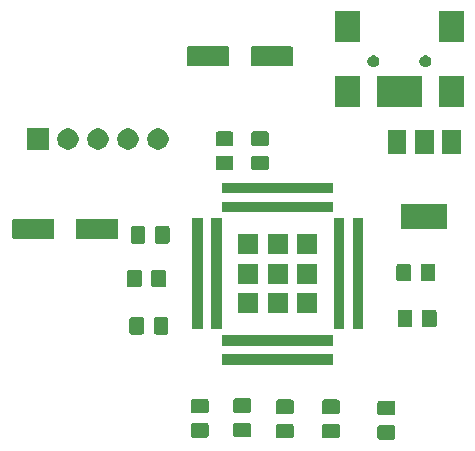
<source format=gbr>
G04 #@! TF.GenerationSoftware,KiCad,Pcbnew,5.1.5-52549c5~84~ubuntu18.04.1*
G04 #@! TF.CreationDate,2020-02-05T12:35:19+01:00*
G04 #@! TF.ProjectId,Lab1,4c616231-2e6b-4696-9361-645f70636258,rev?*
G04 #@! TF.SameCoordinates,Original*
G04 #@! TF.FileFunction,Soldermask,Top*
G04 #@! TF.FilePolarity,Negative*
%FSLAX46Y46*%
G04 Gerber Fmt 4.6, Leading zero omitted, Abs format (unit mm)*
G04 Created by KiCad (PCBNEW 5.1.5-52549c5~84~ubuntu18.04.1) date 2020-02-05 12:35:19*
%MOMM*%
%LPD*%
G04 APERTURE LIST*
%ADD10C,0.100000*%
G04 APERTURE END LIST*
D10*
G36*
X166788674Y-146603465D02*
G01*
X166826367Y-146614899D01*
X166861103Y-146633466D01*
X166891548Y-146658452D01*
X166916534Y-146688897D01*
X166935101Y-146723633D01*
X166946535Y-146761326D01*
X166951000Y-146806661D01*
X166951000Y-147643339D01*
X166946535Y-147688674D01*
X166935101Y-147726367D01*
X166916534Y-147761103D01*
X166891548Y-147791548D01*
X166861103Y-147816534D01*
X166826367Y-147835101D01*
X166788674Y-147846535D01*
X166743339Y-147851000D01*
X165656661Y-147851000D01*
X165611326Y-147846535D01*
X165573633Y-147835101D01*
X165538897Y-147816534D01*
X165508452Y-147791548D01*
X165483466Y-147761103D01*
X165464899Y-147726367D01*
X165453465Y-147688674D01*
X165449000Y-147643339D01*
X165449000Y-146806661D01*
X165453465Y-146761326D01*
X165464899Y-146723633D01*
X165483466Y-146688897D01*
X165508452Y-146658452D01*
X165538897Y-146633466D01*
X165573633Y-146614899D01*
X165611326Y-146603465D01*
X165656661Y-146599000D01*
X166743339Y-146599000D01*
X166788674Y-146603465D01*
G37*
G36*
X162088674Y-146503465D02*
G01*
X162126367Y-146514899D01*
X162161103Y-146533466D01*
X162191548Y-146558452D01*
X162216534Y-146588897D01*
X162235101Y-146623633D01*
X162246535Y-146661326D01*
X162251000Y-146706661D01*
X162251000Y-147543339D01*
X162246535Y-147588674D01*
X162235101Y-147626367D01*
X162216534Y-147661103D01*
X162191548Y-147691548D01*
X162161103Y-147716534D01*
X162126367Y-147735101D01*
X162088674Y-147746535D01*
X162043339Y-147751000D01*
X160956661Y-147751000D01*
X160911326Y-147746535D01*
X160873633Y-147735101D01*
X160838897Y-147716534D01*
X160808452Y-147691548D01*
X160783466Y-147661103D01*
X160764899Y-147626367D01*
X160753465Y-147588674D01*
X160749000Y-147543339D01*
X160749000Y-146706661D01*
X160753465Y-146661326D01*
X160764899Y-146623633D01*
X160783466Y-146588897D01*
X160808452Y-146558452D01*
X160838897Y-146533466D01*
X160873633Y-146514899D01*
X160911326Y-146503465D01*
X160956661Y-146499000D01*
X162043339Y-146499000D01*
X162088674Y-146503465D01*
G37*
G36*
X158188674Y-146503465D02*
G01*
X158226367Y-146514899D01*
X158261103Y-146533466D01*
X158291548Y-146558452D01*
X158316534Y-146588897D01*
X158335101Y-146623633D01*
X158346535Y-146661326D01*
X158351000Y-146706661D01*
X158351000Y-147543339D01*
X158346535Y-147588674D01*
X158335101Y-147626367D01*
X158316534Y-147661103D01*
X158291548Y-147691548D01*
X158261103Y-147716534D01*
X158226367Y-147735101D01*
X158188674Y-147746535D01*
X158143339Y-147751000D01*
X157056661Y-147751000D01*
X157011326Y-147746535D01*
X156973633Y-147735101D01*
X156938897Y-147716534D01*
X156908452Y-147691548D01*
X156883466Y-147661103D01*
X156864899Y-147626367D01*
X156853465Y-147588674D01*
X156849000Y-147543339D01*
X156849000Y-146706661D01*
X156853465Y-146661326D01*
X156864899Y-146623633D01*
X156883466Y-146588897D01*
X156908452Y-146558452D01*
X156938897Y-146533466D01*
X156973633Y-146514899D01*
X157011326Y-146503465D01*
X157056661Y-146499000D01*
X158143339Y-146499000D01*
X158188674Y-146503465D01*
G37*
G36*
X150988674Y-146428465D02*
G01*
X151026367Y-146439899D01*
X151061103Y-146458466D01*
X151091548Y-146483452D01*
X151116534Y-146513897D01*
X151135101Y-146548633D01*
X151146535Y-146586326D01*
X151151000Y-146631661D01*
X151151000Y-147468339D01*
X151146535Y-147513674D01*
X151135101Y-147551367D01*
X151116534Y-147586103D01*
X151091548Y-147616548D01*
X151061103Y-147641534D01*
X151026367Y-147660101D01*
X150988674Y-147671535D01*
X150943339Y-147676000D01*
X149856661Y-147676000D01*
X149811326Y-147671535D01*
X149773633Y-147660101D01*
X149738897Y-147641534D01*
X149708452Y-147616548D01*
X149683466Y-147586103D01*
X149664899Y-147551367D01*
X149653465Y-147513674D01*
X149649000Y-147468339D01*
X149649000Y-146631661D01*
X149653465Y-146586326D01*
X149664899Y-146548633D01*
X149683466Y-146513897D01*
X149708452Y-146483452D01*
X149738897Y-146458466D01*
X149773633Y-146439899D01*
X149811326Y-146428465D01*
X149856661Y-146424000D01*
X150943339Y-146424000D01*
X150988674Y-146428465D01*
G37*
G36*
X154588674Y-146403465D02*
G01*
X154626367Y-146414899D01*
X154661103Y-146433466D01*
X154691548Y-146458452D01*
X154716534Y-146488897D01*
X154735101Y-146523633D01*
X154746535Y-146561326D01*
X154751000Y-146606661D01*
X154751000Y-147443339D01*
X154746535Y-147488674D01*
X154735101Y-147526367D01*
X154716534Y-147561103D01*
X154691548Y-147591548D01*
X154661103Y-147616534D01*
X154626367Y-147635101D01*
X154588674Y-147646535D01*
X154543339Y-147651000D01*
X153456661Y-147651000D01*
X153411326Y-147646535D01*
X153373633Y-147635101D01*
X153338897Y-147616534D01*
X153308452Y-147591548D01*
X153283466Y-147561103D01*
X153264899Y-147526367D01*
X153253465Y-147488674D01*
X153249000Y-147443339D01*
X153249000Y-146606661D01*
X153253465Y-146561326D01*
X153264899Y-146523633D01*
X153283466Y-146488897D01*
X153308452Y-146458452D01*
X153338897Y-146433466D01*
X153373633Y-146414899D01*
X153411326Y-146403465D01*
X153456661Y-146399000D01*
X154543339Y-146399000D01*
X154588674Y-146403465D01*
G37*
G36*
X166788674Y-144553465D02*
G01*
X166826367Y-144564899D01*
X166861103Y-144583466D01*
X166891548Y-144608452D01*
X166916534Y-144638897D01*
X166935101Y-144673633D01*
X166946535Y-144711326D01*
X166951000Y-144756661D01*
X166951000Y-145593339D01*
X166946535Y-145638674D01*
X166935101Y-145676367D01*
X166916534Y-145711103D01*
X166891548Y-145741548D01*
X166861103Y-145766534D01*
X166826367Y-145785101D01*
X166788674Y-145796535D01*
X166743339Y-145801000D01*
X165656661Y-145801000D01*
X165611326Y-145796535D01*
X165573633Y-145785101D01*
X165538897Y-145766534D01*
X165508452Y-145741548D01*
X165483466Y-145711103D01*
X165464899Y-145676367D01*
X165453465Y-145638674D01*
X165449000Y-145593339D01*
X165449000Y-144756661D01*
X165453465Y-144711326D01*
X165464899Y-144673633D01*
X165483466Y-144638897D01*
X165508452Y-144608452D01*
X165538897Y-144583466D01*
X165573633Y-144564899D01*
X165611326Y-144553465D01*
X165656661Y-144549000D01*
X166743339Y-144549000D01*
X166788674Y-144553465D01*
G37*
G36*
X162088674Y-144453465D02*
G01*
X162126367Y-144464899D01*
X162161103Y-144483466D01*
X162191548Y-144508452D01*
X162216534Y-144538897D01*
X162235101Y-144573633D01*
X162246535Y-144611326D01*
X162251000Y-144656661D01*
X162251000Y-145493339D01*
X162246535Y-145538674D01*
X162235101Y-145576367D01*
X162216534Y-145611103D01*
X162191548Y-145641548D01*
X162161103Y-145666534D01*
X162126367Y-145685101D01*
X162088674Y-145696535D01*
X162043339Y-145701000D01*
X160956661Y-145701000D01*
X160911326Y-145696535D01*
X160873633Y-145685101D01*
X160838897Y-145666534D01*
X160808452Y-145641548D01*
X160783466Y-145611103D01*
X160764899Y-145576367D01*
X160753465Y-145538674D01*
X160749000Y-145493339D01*
X160749000Y-144656661D01*
X160753465Y-144611326D01*
X160764899Y-144573633D01*
X160783466Y-144538897D01*
X160808452Y-144508452D01*
X160838897Y-144483466D01*
X160873633Y-144464899D01*
X160911326Y-144453465D01*
X160956661Y-144449000D01*
X162043339Y-144449000D01*
X162088674Y-144453465D01*
G37*
G36*
X158188674Y-144453465D02*
G01*
X158226367Y-144464899D01*
X158261103Y-144483466D01*
X158291548Y-144508452D01*
X158316534Y-144538897D01*
X158335101Y-144573633D01*
X158346535Y-144611326D01*
X158351000Y-144656661D01*
X158351000Y-145493339D01*
X158346535Y-145538674D01*
X158335101Y-145576367D01*
X158316534Y-145611103D01*
X158291548Y-145641548D01*
X158261103Y-145666534D01*
X158226367Y-145685101D01*
X158188674Y-145696535D01*
X158143339Y-145701000D01*
X157056661Y-145701000D01*
X157011326Y-145696535D01*
X156973633Y-145685101D01*
X156938897Y-145666534D01*
X156908452Y-145641548D01*
X156883466Y-145611103D01*
X156864899Y-145576367D01*
X156853465Y-145538674D01*
X156849000Y-145493339D01*
X156849000Y-144656661D01*
X156853465Y-144611326D01*
X156864899Y-144573633D01*
X156883466Y-144538897D01*
X156908452Y-144508452D01*
X156938897Y-144483466D01*
X156973633Y-144464899D01*
X157011326Y-144453465D01*
X157056661Y-144449000D01*
X158143339Y-144449000D01*
X158188674Y-144453465D01*
G37*
G36*
X150988674Y-144378465D02*
G01*
X151026367Y-144389899D01*
X151061103Y-144408466D01*
X151091548Y-144433452D01*
X151116534Y-144463897D01*
X151135101Y-144498633D01*
X151146535Y-144536326D01*
X151151000Y-144581661D01*
X151151000Y-145418339D01*
X151146535Y-145463674D01*
X151135101Y-145501367D01*
X151116534Y-145536103D01*
X151091548Y-145566548D01*
X151061103Y-145591534D01*
X151026367Y-145610101D01*
X150988674Y-145621535D01*
X150943339Y-145626000D01*
X149856661Y-145626000D01*
X149811326Y-145621535D01*
X149773633Y-145610101D01*
X149738897Y-145591534D01*
X149708452Y-145566548D01*
X149683466Y-145536103D01*
X149664899Y-145501367D01*
X149653465Y-145463674D01*
X149649000Y-145418339D01*
X149649000Y-144581661D01*
X149653465Y-144536326D01*
X149664899Y-144498633D01*
X149683466Y-144463897D01*
X149708452Y-144433452D01*
X149738897Y-144408466D01*
X149773633Y-144389899D01*
X149811326Y-144378465D01*
X149856661Y-144374000D01*
X150943339Y-144374000D01*
X150988674Y-144378465D01*
G37*
G36*
X154588674Y-144353465D02*
G01*
X154626367Y-144364899D01*
X154661103Y-144383466D01*
X154691548Y-144408452D01*
X154716534Y-144438897D01*
X154735101Y-144473633D01*
X154746535Y-144511326D01*
X154751000Y-144556661D01*
X154751000Y-145393339D01*
X154746535Y-145438674D01*
X154735101Y-145476367D01*
X154716534Y-145511103D01*
X154691548Y-145541548D01*
X154661103Y-145566534D01*
X154626367Y-145585101D01*
X154588674Y-145596535D01*
X154543339Y-145601000D01*
X153456661Y-145601000D01*
X153411326Y-145596535D01*
X153373633Y-145585101D01*
X153338897Y-145566534D01*
X153308452Y-145541548D01*
X153283466Y-145511103D01*
X153264899Y-145476367D01*
X153253465Y-145438674D01*
X153249000Y-145393339D01*
X153249000Y-144556661D01*
X153253465Y-144511326D01*
X153264899Y-144473633D01*
X153283466Y-144438897D01*
X153308452Y-144408452D01*
X153338897Y-144383466D01*
X153373633Y-144364899D01*
X153411326Y-144353465D01*
X153456661Y-144349000D01*
X154543339Y-144349000D01*
X154588674Y-144353465D01*
G37*
G36*
X161701000Y-141501000D02*
G01*
X152299000Y-141501000D01*
X152299000Y-140599000D01*
X161701000Y-140599000D01*
X161701000Y-141501000D01*
G37*
G36*
X161701000Y-139901000D02*
G01*
X152299000Y-139901000D01*
X152299000Y-138999000D01*
X161701000Y-138999000D01*
X161701000Y-139901000D01*
G37*
G36*
X147588674Y-137453465D02*
G01*
X147626367Y-137464899D01*
X147661103Y-137483466D01*
X147691548Y-137508452D01*
X147716534Y-137538897D01*
X147735101Y-137573633D01*
X147746535Y-137611326D01*
X147751000Y-137656661D01*
X147751000Y-138743339D01*
X147746535Y-138788674D01*
X147735101Y-138826367D01*
X147716534Y-138861103D01*
X147691548Y-138891548D01*
X147661103Y-138916534D01*
X147626367Y-138935101D01*
X147588674Y-138946535D01*
X147543339Y-138951000D01*
X146706661Y-138951000D01*
X146661326Y-138946535D01*
X146623633Y-138935101D01*
X146588897Y-138916534D01*
X146558452Y-138891548D01*
X146533466Y-138861103D01*
X146514899Y-138826367D01*
X146503465Y-138788674D01*
X146499000Y-138743339D01*
X146499000Y-137656661D01*
X146503465Y-137611326D01*
X146514899Y-137573633D01*
X146533466Y-137538897D01*
X146558452Y-137508452D01*
X146588897Y-137483466D01*
X146623633Y-137464899D01*
X146661326Y-137453465D01*
X146706661Y-137449000D01*
X147543339Y-137449000D01*
X147588674Y-137453465D01*
G37*
G36*
X145538674Y-137453465D02*
G01*
X145576367Y-137464899D01*
X145611103Y-137483466D01*
X145641548Y-137508452D01*
X145666534Y-137538897D01*
X145685101Y-137573633D01*
X145696535Y-137611326D01*
X145701000Y-137656661D01*
X145701000Y-138743339D01*
X145696535Y-138788674D01*
X145685101Y-138826367D01*
X145666534Y-138861103D01*
X145641548Y-138891548D01*
X145611103Y-138916534D01*
X145576367Y-138935101D01*
X145538674Y-138946535D01*
X145493339Y-138951000D01*
X144656661Y-138951000D01*
X144611326Y-138946535D01*
X144573633Y-138935101D01*
X144538897Y-138916534D01*
X144508452Y-138891548D01*
X144483466Y-138861103D01*
X144464899Y-138826367D01*
X144453465Y-138788674D01*
X144449000Y-138743339D01*
X144449000Y-137656661D01*
X144453465Y-137611326D01*
X144464899Y-137573633D01*
X144483466Y-137538897D01*
X144508452Y-137508452D01*
X144538897Y-137483466D01*
X144573633Y-137464899D01*
X144611326Y-137453465D01*
X144656661Y-137449000D01*
X145493339Y-137449000D01*
X145538674Y-137453465D01*
G37*
G36*
X152251000Y-138501000D02*
G01*
X151349000Y-138501000D01*
X151349000Y-129099000D01*
X152251000Y-129099000D01*
X152251000Y-138501000D01*
G37*
G36*
X150651000Y-138501000D02*
G01*
X149749000Y-138501000D01*
X149749000Y-129099000D01*
X150651000Y-129099000D01*
X150651000Y-138501000D01*
G37*
G36*
X162651000Y-138501000D02*
G01*
X161749000Y-138501000D01*
X161749000Y-129099000D01*
X162651000Y-129099000D01*
X162651000Y-138501000D01*
G37*
G36*
X164251000Y-138501000D02*
G01*
X163349000Y-138501000D01*
X163349000Y-129099000D01*
X164251000Y-129099000D01*
X164251000Y-138501000D01*
G37*
G36*
X168238674Y-136853465D02*
G01*
X168276367Y-136864899D01*
X168311103Y-136883466D01*
X168341548Y-136908452D01*
X168366534Y-136938897D01*
X168385101Y-136973633D01*
X168396535Y-137011326D01*
X168401000Y-137056661D01*
X168401000Y-138143339D01*
X168396535Y-138188674D01*
X168385101Y-138226367D01*
X168366534Y-138261103D01*
X168341548Y-138291548D01*
X168311103Y-138316534D01*
X168276367Y-138335101D01*
X168238674Y-138346535D01*
X168193339Y-138351000D01*
X167356661Y-138351000D01*
X167311326Y-138346535D01*
X167273633Y-138335101D01*
X167238897Y-138316534D01*
X167208452Y-138291548D01*
X167183466Y-138261103D01*
X167164899Y-138226367D01*
X167153465Y-138188674D01*
X167149000Y-138143339D01*
X167149000Y-137056661D01*
X167153465Y-137011326D01*
X167164899Y-136973633D01*
X167183466Y-136938897D01*
X167208452Y-136908452D01*
X167238897Y-136883466D01*
X167273633Y-136864899D01*
X167311326Y-136853465D01*
X167356661Y-136849000D01*
X168193339Y-136849000D01*
X168238674Y-136853465D01*
G37*
G36*
X170288674Y-136853465D02*
G01*
X170326367Y-136864899D01*
X170361103Y-136883466D01*
X170391548Y-136908452D01*
X170416534Y-136938897D01*
X170435101Y-136973633D01*
X170446535Y-137011326D01*
X170451000Y-137056661D01*
X170451000Y-138143339D01*
X170446535Y-138188674D01*
X170435101Y-138226367D01*
X170416534Y-138261103D01*
X170391548Y-138291548D01*
X170361103Y-138316534D01*
X170326367Y-138335101D01*
X170288674Y-138346535D01*
X170243339Y-138351000D01*
X169406661Y-138351000D01*
X169361326Y-138346535D01*
X169323633Y-138335101D01*
X169288897Y-138316534D01*
X169258452Y-138291548D01*
X169233466Y-138261103D01*
X169214899Y-138226367D01*
X169203465Y-138188674D01*
X169199000Y-138143339D01*
X169199000Y-137056661D01*
X169203465Y-137011326D01*
X169214899Y-136973633D01*
X169233466Y-136938897D01*
X169258452Y-136908452D01*
X169288897Y-136883466D01*
X169323633Y-136864899D01*
X169361326Y-136853465D01*
X169406661Y-136849000D01*
X170243339Y-136849000D01*
X170288674Y-136853465D01*
G37*
G36*
X157851000Y-137151000D02*
G01*
X156149000Y-137151000D01*
X156149000Y-135449000D01*
X157851000Y-135449000D01*
X157851000Y-137151000D01*
G37*
G36*
X160351000Y-137151000D02*
G01*
X158649000Y-137151000D01*
X158649000Y-135449000D01*
X160351000Y-135449000D01*
X160351000Y-137151000D01*
G37*
G36*
X155351000Y-137151000D02*
G01*
X153649000Y-137151000D01*
X153649000Y-135449000D01*
X155351000Y-135449000D01*
X155351000Y-137151000D01*
G37*
G36*
X147388674Y-133453465D02*
G01*
X147426367Y-133464899D01*
X147461103Y-133483466D01*
X147491548Y-133508452D01*
X147516534Y-133538897D01*
X147535101Y-133573633D01*
X147546535Y-133611326D01*
X147551000Y-133656661D01*
X147551000Y-134743339D01*
X147546535Y-134788674D01*
X147535101Y-134826367D01*
X147516534Y-134861103D01*
X147491548Y-134891548D01*
X147461103Y-134916534D01*
X147426367Y-134935101D01*
X147388674Y-134946535D01*
X147343339Y-134951000D01*
X146506661Y-134951000D01*
X146461326Y-134946535D01*
X146423633Y-134935101D01*
X146388897Y-134916534D01*
X146358452Y-134891548D01*
X146333466Y-134861103D01*
X146314899Y-134826367D01*
X146303465Y-134788674D01*
X146299000Y-134743339D01*
X146299000Y-133656661D01*
X146303465Y-133611326D01*
X146314899Y-133573633D01*
X146333466Y-133538897D01*
X146358452Y-133508452D01*
X146388897Y-133483466D01*
X146423633Y-133464899D01*
X146461326Y-133453465D01*
X146506661Y-133449000D01*
X147343339Y-133449000D01*
X147388674Y-133453465D01*
G37*
G36*
X145338674Y-133453465D02*
G01*
X145376367Y-133464899D01*
X145411103Y-133483466D01*
X145441548Y-133508452D01*
X145466534Y-133538897D01*
X145485101Y-133573633D01*
X145496535Y-133611326D01*
X145501000Y-133656661D01*
X145501000Y-134743339D01*
X145496535Y-134788674D01*
X145485101Y-134826367D01*
X145466534Y-134861103D01*
X145441548Y-134891548D01*
X145411103Y-134916534D01*
X145376367Y-134935101D01*
X145338674Y-134946535D01*
X145293339Y-134951000D01*
X144456661Y-134951000D01*
X144411326Y-134946535D01*
X144373633Y-134935101D01*
X144338897Y-134916534D01*
X144308452Y-134891548D01*
X144283466Y-134861103D01*
X144264899Y-134826367D01*
X144253465Y-134788674D01*
X144249000Y-134743339D01*
X144249000Y-133656661D01*
X144253465Y-133611326D01*
X144264899Y-133573633D01*
X144283466Y-133538897D01*
X144308452Y-133508452D01*
X144338897Y-133483466D01*
X144373633Y-133464899D01*
X144411326Y-133453465D01*
X144456661Y-133449000D01*
X145293339Y-133449000D01*
X145338674Y-133453465D01*
G37*
G36*
X160351000Y-134651000D02*
G01*
X158649000Y-134651000D01*
X158649000Y-132949000D01*
X160351000Y-132949000D01*
X160351000Y-134651000D01*
G37*
G36*
X157851000Y-134651000D02*
G01*
X156149000Y-134651000D01*
X156149000Y-132949000D01*
X157851000Y-132949000D01*
X157851000Y-134651000D01*
G37*
G36*
X155351000Y-134651000D02*
G01*
X153649000Y-134651000D01*
X153649000Y-132949000D01*
X155351000Y-132949000D01*
X155351000Y-134651000D01*
G37*
G36*
X170188674Y-132953465D02*
G01*
X170226367Y-132964899D01*
X170261103Y-132983466D01*
X170291548Y-133008452D01*
X170316534Y-133038897D01*
X170335101Y-133073633D01*
X170346535Y-133111326D01*
X170351000Y-133156661D01*
X170351000Y-134243339D01*
X170346535Y-134288674D01*
X170335101Y-134326367D01*
X170316534Y-134361103D01*
X170291548Y-134391548D01*
X170261103Y-134416534D01*
X170226367Y-134435101D01*
X170188674Y-134446535D01*
X170143339Y-134451000D01*
X169306661Y-134451000D01*
X169261326Y-134446535D01*
X169223633Y-134435101D01*
X169188897Y-134416534D01*
X169158452Y-134391548D01*
X169133466Y-134361103D01*
X169114899Y-134326367D01*
X169103465Y-134288674D01*
X169099000Y-134243339D01*
X169099000Y-133156661D01*
X169103465Y-133111326D01*
X169114899Y-133073633D01*
X169133466Y-133038897D01*
X169158452Y-133008452D01*
X169188897Y-132983466D01*
X169223633Y-132964899D01*
X169261326Y-132953465D01*
X169306661Y-132949000D01*
X170143339Y-132949000D01*
X170188674Y-132953465D01*
G37*
G36*
X168138674Y-132953465D02*
G01*
X168176367Y-132964899D01*
X168211103Y-132983466D01*
X168241548Y-133008452D01*
X168266534Y-133038897D01*
X168285101Y-133073633D01*
X168296535Y-133111326D01*
X168301000Y-133156661D01*
X168301000Y-134243339D01*
X168296535Y-134288674D01*
X168285101Y-134326367D01*
X168266534Y-134361103D01*
X168241548Y-134391548D01*
X168211103Y-134416534D01*
X168176367Y-134435101D01*
X168138674Y-134446535D01*
X168093339Y-134451000D01*
X167256661Y-134451000D01*
X167211326Y-134446535D01*
X167173633Y-134435101D01*
X167138897Y-134416534D01*
X167108452Y-134391548D01*
X167083466Y-134361103D01*
X167064899Y-134326367D01*
X167053465Y-134288674D01*
X167049000Y-134243339D01*
X167049000Y-133156661D01*
X167053465Y-133111326D01*
X167064899Y-133073633D01*
X167083466Y-133038897D01*
X167108452Y-133008452D01*
X167138897Y-132983466D01*
X167173633Y-132964899D01*
X167211326Y-132953465D01*
X167256661Y-132949000D01*
X168093339Y-132949000D01*
X168138674Y-132953465D01*
G37*
G36*
X155351000Y-132151000D02*
G01*
X153649000Y-132151000D01*
X153649000Y-130449000D01*
X155351000Y-130449000D01*
X155351000Y-132151000D01*
G37*
G36*
X160351000Y-132151000D02*
G01*
X158649000Y-132151000D01*
X158649000Y-130449000D01*
X160351000Y-130449000D01*
X160351000Y-132151000D01*
G37*
G36*
X157851000Y-132151000D02*
G01*
X156149000Y-132151000D01*
X156149000Y-130449000D01*
X157851000Y-130449000D01*
X157851000Y-132151000D01*
G37*
G36*
X147688674Y-129753465D02*
G01*
X147726367Y-129764899D01*
X147761103Y-129783466D01*
X147791548Y-129808452D01*
X147816534Y-129838897D01*
X147835101Y-129873633D01*
X147846535Y-129911326D01*
X147851000Y-129956661D01*
X147851000Y-131043339D01*
X147846535Y-131088674D01*
X147835101Y-131126367D01*
X147816534Y-131161103D01*
X147791548Y-131191548D01*
X147761103Y-131216534D01*
X147726367Y-131235101D01*
X147688674Y-131246535D01*
X147643339Y-131251000D01*
X146806661Y-131251000D01*
X146761326Y-131246535D01*
X146723633Y-131235101D01*
X146688897Y-131216534D01*
X146658452Y-131191548D01*
X146633466Y-131161103D01*
X146614899Y-131126367D01*
X146603465Y-131088674D01*
X146599000Y-131043339D01*
X146599000Y-129956661D01*
X146603465Y-129911326D01*
X146614899Y-129873633D01*
X146633466Y-129838897D01*
X146658452Y-129808452D01*
X146688897Y-129783466D01*
X146723633Y-129764899D01*
X146761326Y-129753465D01*
X146806661Y-129749000D01*
X147643339Y-129749000D01*
X147688674Y-129753465D01*
G37*
G36*
X145638674Y-129753465D02*
G01*
X145676367Y-129764899D01*
X145711103Y-129783466D01*
X145741548Y-129808452D01*
X145766534Y-129838897D01*
X145785101Y-129873633D01*
X145796535Y-129911326D01*
X145801000Y-129956661D01*
X145801000Y-131043339D01*
X145796535Y-131088674D01*
X145785101Y-131126367D01*
X145766534Y-131161103D01*
X145741548Y-131191548D01*
X145711103Y-131216534D01*
X145676367Y-131235101D01*
X145638674Y-131246535D01*
X145593339Y-131251000D01*
X144756661Y-131251000D01*
X144711326Y-131246535D01*
X144673633Y-131235101D01*
X144638897Y-131216534D01*
X144608452Y-131191548D01*
X144583466Y-131161103D01*
X144564899Y-131126367D01*
X144553465Y-131088674D01*
X144549000Y-131043339D01*
X144549000Y-129956661D01*
X144553465Y-129911326D01*
X144564899Y-129873633D01*
X144583466Y-129838897D01*
X144608452Y-129808452D01*
X144638897Y-129783466D01*
X144673633Y-129764899D01*
X144711326Y-129753465D01*
X144756661Y-129749000D01*
X145593339Y-129749000D01*
X145638674Y-129753465D01*
G37*
G36*
X137955997Y-129153051D02*
G01*
X137989652Y-129163261D01*
X138020665Y-129179838D01*
X138047851Y-129202149D01*
X138070162Y-129229335D01*
X138086739Y-129260348D01*
X138096949Y-129294003D01*
X138101000Y-129335138D01*
X138101000Y-130664862D01*
X138096949Y-130705997D01*
X138086739Y-130739652D01*
X138070162Y-130770665D01*
X138047851Y-130797851D01*
X138020665Y-130820162D01*
X137989652Y-130836739D01*
X137955997Y-130846949D01*
X137914862Y-130851000D01*
X134685138Y-130851000D01*
X134644003Y-130846949D01*
X134610348Y-130836739D01*
X134579335Y-130820162D01*
X134552149Y-130797851D01*
X134529838Y-130770665D01*
X134513261Y-130739652D01*
X134503051Y-130705997D01*
X134499000Y-130664862D01*
X134499000Y-129335138D01*
X134503051Y-129294003D01*
X134513261Y-129260348D01*
X134529838Y-129229335D01*
X134552149Y-129202149D01*
X134579335Y-129179838D01*
X134610348Y-129163261D01*
X134644003Y-129153051D01*
X134685138Y-129149000D01*
X137914862Y-129149000D01*
X137955997Y-129153051D01*
G37*
G36*
X143355997Y-129153051D02*
G01*
X143389652Y-129163261D01*
X143420665Y-129179838D01*
X143447851Y-129202149D01*
X143470162Y-129229335D01*
X143486739Y-129260348D01*
X143496949Y-129294003D01*
X143501000Y-129335138D01*
X143501000Y-130664862D01*
X143496949Y-130705997D01*
X143486739Y-130739652D01*
X143470162Y-130770665D01*
X143447851Y-130797851D01*
X143420665Y-130820162D01*
X143389652Y-130836739D01*
X143355997Y-130846949D01*
X143314862Y-130851000D01*
X140085138Y-130851000D01*
X140044003Y-130846949D01*
X140010348Y-130836739D01*
X139979335Y-130820162D01*
X139952149Y-130797851D01*
X139929838Y-130770665D01*
X139913261Y-130739652D01*
X139903051Y-130705997D01*
X139899000Y-130664862D01*
X139899000Y-129335138D01*
X139903051Y-129294003D01*
X139913261Y-129260348D01*
X139929838Y-129229335D01*
X139952149Y-129202149D01*
X139979335Y-129179838D01*
X140010348Y-129163261D01*
X140044003Y-129153051D01*
X140085138Y-129149000D01*
X143314862Y-129149000D01*
X143355997Y-129153051D01*
G37*
G36*
X171351000Y-130001000D02*
G01*
X167449000Y-130001000D01*
X167449000Y-127899000D01*
X171351000Y-127899000D01*
X171351000Y-130001000D01*
G37*
G36*
X161701000Y-128601000D02*
G01*
X152299000Y-128601000D01*
X152299000Y-127699000D01*
X161701000Y-127699000D01*
X161701000Y-128601000D01*
G37*
G36*
X161701000Y-127001000D02*
G01*
X152299000Y-127001000D01*
X152299000Y-126099000D01*
X161701000Y-126099000D01*
X161701000Y-127001000D01*
G37*
G36*
X153088674Y-123803465D02*
G01*
X153126367Y-123814899D01*
X153161103Y-123833466D01*
X153191548Y-123858452D01*
X153216534Y-123888897D01*
X153235101Y-123923633D01*
X153246535Y-123961326D01*
X153251000Y-124006661D01*
X153251000Y-124843339D01*
X153246535Y-124888674D01*
X153235101Y-124926367D01*
X153216534Y-124961103D01*
X153191548Y-124991548D01*
X153161103Y-125016534D01*
X153126367Y-125035101D01*
X153088674Y-125046535D01*
X153043339Y-125051000D01*
X151956661Y-125051000D01*
X151911326Y-125046535D01*
X151873633Y-125035101D01*
X151838897Y-125016534D01*
X151808452Y-124991548D01*
X151783466Y-124961103D01*
X151764899Y-124926367D01*
X151753465Y-124888674D01*
X151749000Y-124843339D01*
X151749000Y-124006661D01*
X151753465Y-123961326D01*
X151764899Y-123923633D01*
X151783466Y-123888897D01*
X151808452Y-123858452D01*
X151838897Y-123833466D01*
X151873633Y-123814899D01*
X151911326Y-123803465D01*
X151956661Y-123799000D01*
X153043339Y-123799000D01*
X153088674Y-123803465D01*
G37*
G36*
X156088674Y-123803465D02*
G01*
X156126367Y-123814899D01*
X156161103Y-123833466D01*
X156191548Y-123858452D01*
X156216534Y-123888897D01*
X156235101Y-123923633D01*
X156246535Y-123961326D01*
X156251000Y-124006661D01*
X156251000Y-124843339D01*
X156246535Y-124888674D01*
X156235101Y-124926367D01*
X156216534Y-124961103D01*
X156191548Y-124991548D01*
X156161103Y-125016534D01*
X156126367Y-125035101D01*
X156088674Y-125046535D01*
X156043339Y-125051000D01*
X154956661Y-125051000D01*
X154911326Y-125046535D01*
X154873633Y-125035101D01*
X154838897Y-125016534D01*
X154808452Y-124991548D01*
X154783466Y-124961103D01*
X154764899Y-124926367D01*
X154753465Y-124888674D01*
X154749000Y-124843339D01*
X154749000Y-124006661D01*
X154753465Y-123961326D01*
X154764899Y-123923633D01*
X154783466Y-123888897D01*
X154808452Y-123858452D01*
X154838897Y-123833466D01*
X154873633Y-123814899D01*
X154911326Y-123803465D01*
X154956661Y-123799000D01*
X156043339Y-123799000D01*
X156088674Y-123803465D01*
G37*
G36*
X170201000Y-123701000D02*
G01*
X168599000Y-123701000D01*
X168599000Y-121599000D01*
X170201000Y-121599000D01*
X170201000Y-123701000D01*
G37*
G36*
X167901000Y-123701000D02*
G01*
X166299000Y-123701000D01*
X166299000Y-121599000D01*
X167901000Y-121599000D01*
X167901000Y-123701000D01*
G37*
G36*
X172501000Y-123701000D02*
G01*
X170899000Y-123701000D01*
X170899000Y-121599000D01*
X172501000Y-121599000D01*
X172501000Y-123701000D01*
G37*
G36*
X146973512Y-121503927D02*
G01*
X147122812Y-121533624D01*
X147286784Y-121601544D01*
X147434354Y-121700147D01*
X147559853Y-121825646D01*
X147658456Y-121973216D01*
X147726376Y-122137188D01*
X147761000Y-122311259D01*
X147761000Y-122488741D01*
X147726376Y-122662812D01*
X147658456Y-122826784D01*
X147559853Y-122974354D01*
X147434354Y-123099853D01*
X147286784Y-123198456D01*
X147122812Y-123266376D01*
X146973512Y-123296073D01*
X146948742Y-123301000D01*
X146771258Y-123301000D01*
X146746488Y-123296073D01*
X146597188Y-123266376D01*
X146433216Y-123198456D01*
X146285646Y-123099853D01*
X146160147Y-122974354D01*
X146061544Y-122826784D01*
X145993624Y-122662812D01*
X145959000Y-122488741D01*
X145959000Y-122311259D01*
X145993624Y-122137188D01*
X146061544Y-121973216D01*
X146160147Y-121825646D01*
X146285646Y-121700147D01*
X146433216Y-121601544D01*
X146597188Y-121533624D01*
X146746488Y-121503927D01*
X146771258Y-121499000D01*
X146948742Y-121499000D01*
X146973512Y-121503927D01*
G37*
G36*
X137601000Y-123301000D02*
G01*
X135799000Y-123301000D01*
X135799000Y-121499000D01*
X137601000Y-121499000D01*
X137601000Y-123301000D01*
G37*
G36*
X141893512Y-121503927D02*
G01*
X142042812Y-121533624D01*
X142206784Y-121601544D01*
X142354354Y-121700147D01*
X142479853Y-121825646D01*
X142578456Y-121973216D01*
X142646376Y-122137188D01*
X142681000Y-122311259D01*
X142681000Y-122488741D01*
X142646376Y-122662812D01*
X142578456Y-122826784D01*
X142479853Y-122974354D01*
X142354354Y-123099853D01*
X142206784Y-123198456D01*
X142042812Y-123266376D01*
X141893512Y-123296073D01*
X141868742Y-123301000D01*
X141691258Y-123301000D01*
X141666488Y-123296073D01*
X141517188Y-123266376D01*
X141353216Y-123198456D01*
X141205646Y-123099853D01*
X141080147Y-122974354D01*
X140981544Y-122826784D01*
X140913624Y-122662812D01*
X140879000Y-122488741D01*
X140879000Y-122311259D01*
X140913624Y-122137188D01*
X140981544Y-121973216D01*
X141080147Y-121825646D01*
X141205646Y-121700147D01*
X141353216Y-121601544D01*
X141517188Y-121533624D01*
X141666488Y-121503927D01*
X141691258Y-121499000D01*
X141868742Y-121499000D01*
X141893512Y-121503927D01*
G37*
G36*
X144433512Y-121503927D02*
G01*
X144582812Y-121533624D01*
X144746784Y-121601544D01*
X144894354Y-121700147D01*
X145019853Y-121825646D01*
X145118456Y-121973216D01*
X145186376Y-122137188D01*
X145221000Y-122311259D01*
X145221000Y-122488741D01*
X145186376Y-122662812D01*
X145118456Y-122826784D01*
X145019853Y-122974354D01*
X144894354Y-123099853D01*
X144746784Y-123198456D01*
X144582812Y-123266376D01*
X144433512Y-123296073D01*
X144408742Y-123301000D01*
X144231258Y-123301000D01*
X144206488Y-123296073D01*
X144057188Y-123266376D01*
X143893216Y-123198456D01*
X143745646Y-123099853D01*
X143620147Y-122974354D01*
X143521544Y-122826784D01*
X143453624Y-122662812D01*
X143419000Y-122488741D01*
X143419000Y-122311259D01*
X143453624Y-122137188D01*
X143521544Y-121973216D01*
X143620147Y-121825646D01*
X143745646Y-121700147D01*
X143893216Y-121601544D01*
X144057188Y-121533624D01*
X144206488Y-121503927D01*
X144231258Y-121499000D01*
X144408742Y-121499000D01*
X144433512Y-121503927D01*
G37*
G36*
X139353512Y-121503927D02*
G01*
X139502812Y-121533624D01*
X139666784Y-121601544D01*
X139814354Y-121700147D01*
X139939853Y-121825646D01*
X140038456Y-121973216D01*
X140106376Y-122137188D01*
X140141000Y-122311259D01*
X140141000Y-122488741D01*
X140106376Y-122662812D01*
X140038456Y-122826784D01*
X139939853Y-122974354D01*
X139814354Y-123099853D01*
X139666784Y-123198456D01*
X139502812Y-123266376D01*
X139353512Y-123296073D01*
X139328742Y-123301000D01*
X139151258Y-123301000D01*
X139126488Y-123296073D01*
X138977188Y-123266376D01*
X138813216Y-123198456D01*
X138665646Y-123099853D01*
X138540147Y-122974354D01*
X138441544Y-122826784D01*
X138373624Y-122662812D01*
X138339000Y-122488741D01*
X138339000Y-122311259D01*
X138373624Y-122137188D01*
X138441544Y-121973216D01*
X138540147Y-121825646D01*
X138665646Y-121700147D01*
X138813216Y-121601544D01*
X138977188Y-121533624D01*
X139126488Y-121503927D01*
X139151258Y-121499000D01*
X139328742Y-121499000D01*
X139353512Y-121503927D01*
G37*
G36*
X153088674Y-121753465D02*
G01*
X153126367Y-121764899D01*
X153161103Y-121783466D01*
X153191548Y-121808452D01*
X153216534Y-121838897D01*
X153235101Y-121873633D01*
X153246535Y-121911326D01*
X153251000Y-121956661D01*
X153251000Y-122793339D01*
X153246535Y-122838674D01*
X153235101Y-122876367D01*
X153216534Y-122911103D01*
X153191548Y-122941548D01*
X153161103Y-122966534D01*
X153126367Y-122985101D01*
X153088674Y-122996535D01*
X153043339Y-123001000D01*
X151956661Y-123001000D01*
X151911326Y-122996535D01*
X151873633Y-122985101D01*
X151838897Y-122966534D01*
X151808452Y-122941548D01*
X151783466Y-122911103D01*
X151764899Y-122876367D01*
X151753465Y-122838674D01*
X151749000Y-122793339D01*
X151749000Y-121956661D01*
X151753465Y-121911326D01*
X151764899Y-121873633D01*
X151783466Y-121838897D01*
X151808452Y-121808452D01*
X151838897Y-121783466D01*
X151873633Y-121764899D01*
X151911326Y-121753465D01*
X151956661Y-121749000D01*
X153043339Y-121749000D01*
X153088674Y-121753465D01*
G37*
G36*
X156088674Y-121753465D02*
G01*
X156126367Y-121764899D01*
X156161103Y-121783466D01*
X156191548Y-121808452D01*
X156216534Y-121838897D01*
X156235101Y-121873633D01*
X156246535Y-121911326D01*
X156251000Y-121956661D01*
X156251000Y-122793339D01*
X156246535Y-122838674D01*
X156235101Y-122876367D01*
X156216534Y-122911103D01*
X156191548Y-122941548D01*
X156161103Y-122966534D01*
X156126367Y-122985101D01*
X156088674Y-122996535D01*
X156043339Y-123001000D01*
X154956661Y-123001000D01*
X154911326Y-122996535D01*
X154873633Y-122985101D01*
X154838897Y-122966534D01*
X154808452Y-122941548D01*
X154783466Y-122911103D01*
X154764899Y-122876367D01*
X154753465Y-122838674D01*
X154749000Y-122793339D01*
X154749000Y-121956661D01*
X154753465Y-121911326D01*
X154764899Y-121873633D01*
X154783466Y-121838897D01*
X154808452Y-121808452D01*
X154838897Y-121783466D01*
X154873633Y-121764899D01*
X154911326Y-121753465D01*
X154956661Y-121749000D01*
X156043339Y-121749000D01*
X156088674Y-121753465D01*
G37*
G36*
X169201000Y-119701000D02*
G01*
X165399000Y-119701000D01*
X165399000Y-117099000D01*
X169201000Y-117099000D01*
X169201000Y-119701000D01*
G37*
G36*
X163951000Y-119701000D02*
G01*
X161849000Y-119701000D01*
X161849000Y-117099000D01*
X163951000Y-117099000D01*
X163951000Y-119701000D01*
G37*
G36*
X172751000Y-119701000D02*
G01*
X170649000Y-119701000D01*
X170649000Y-117099000D01*
X172751000Y-117099000D01*
X172751000Y-119701000D01*
G37*
G36*
X169597740Y-115308627D02*
G01*
X169646136Y-115318253D01*
X169683902Y-115333896D01*
X169737311Y-115356019D01*
X169737312Y-115356020D01*
X169819369Y-115410848D01*
X169889152Y-115480631D01*
X169889153Y-115480633D01*
X169943981Y-115562689D01*
X169981747Y-115653865D01*
X170001000Y-115750655D01*
X170001000Y-115849345D01*
X169981747Y-115946135D01*
X169943981Y-116037311D01*
X169943980Y-116037312D01*
X169889152Y-116119369D01*
X169819369Y-116189152D01*
X169806350Y-116197851D01*
X169737311Y-116243981D01*
X169720365Y-116251000D01*
X169646136Y-116281747D01*
X169597740Y-116291374D01*
X169549345Y-116301000D01*
X169450655Y-116301000D01*
X169402260Y-116291374D01*
X169353864Y-116281747D01*
X169279635Y-116251000D01*
X169262689Y-116243981D01*
X169193650Y-116197851D01*
X169180631Y-116189152D01*
X169110848Y-116119369D01*
X169056020Y-116037312D01*
X169056019Y-116037311D01*
X169018253Y-115946135D01*
X168999000Y-115849345D01*
X168999000Y-115750655D01*
X169018253Y-115653865D01*
X169056019Y-115562689D01*
X169110847Y-115480633D01*
X169110848Y-115480631D01*
X169180631Y-115410848D01*
X169262688Y-115356020D01*
X169262689Y-115356019D01*
X169316098Y-115333896D01*
X169353864Y-115318253D01*
X169402260Y-115308627D01*
X169450655Y-115299000D01*
X169549345Y-115299000D01*
X169597740Y-115308627D01*
G37*
G36*
X165197740Y-115308627D02*
G01*
X165246136Y-115318253D01*
X165283902Y-115333896D01*
X165337311Y-115356019D01*
X165337312Y-115356020D01*
X165419369Y-115410848D01*
X165489152Y-115480631D01*
X165489153Y-115480633D01*
X165543981Y-115562689D01*
X165581747Y-115653865D01*
X165601000Y-115750655D01*
X165601000Y-115849345D01*
X165581747Y-115946135D01*
X165543981Y-116037311D01*
X165543980Y-116037312D01*
X165489152Y-116119369D01*
X165419369Y-116189152D01*
X165406350Y-116197851D01*
X165337311Y-116243981D01*
X165320365Y-116251000D01*
X165246136Y-116281747D01*
X165197740Y-116291374D01*
X165149345Y-116301000D01*
X165050655Y-116301000D01*
X165002260Y-116291374D01*
X164953864Y-116281747D01*
X164879635Y-116251000D01*
X164862689Y-116243981D01*
X164793650Y-116197851D01*
X164780631Y-116189152D01*
X164710848Y-116119369D01*
X164656020Y-116037312D01*
X164656019Y-116037311D01*
X164618253Y-115946135D01*
X164599000Y-115849345D01*
X164599000Y-115750655D01*
X164618253Y-115653865D01*
X164656019Y-115562689D01*
X164710847Y-115480633D01*
X164710848Y-115480631D01*
X164780631Y-115410848D01*
X164862688Y-115356020D01*
X164862689Y-115356019D01*
X164916098Y-115333896D01*
X164953864Y-115318253D01*
X165002260Y-115308627D01*
X165050655Y-115299000D01*
X165149345Y-115299000D01*
X165197740Y-115308627D01*
G37*
G36*
X152755997Y-114553051D02*
G01*
X152789652Y-114563261D01*
X152820665Y-114579838D01*
X152847851Y-114602149D01*
X152870162Y-114629335D01*
X152886739Y-114660348D01*
X152896949Y-114694003D01*
X152901000Y-114735138D01*
X152901000Y-116064862D01*
X152896949Y-116105997D01*
X152886739Y-116139652D01*
X152870162Y-116170665D01*
X152847851Y-116197851D01*
X152820665Y-116220162D01*
X152789652Y-116236739D01*
X152755997Y-116246949D01*
X152714862Y-116251000D01*
X149485138Y-116251000D01*
X149444003Y-116246949D01*
X149410348Y-116236739D01*
X149379335Y-116220162D01*
X149352149Y-116197851D01*
X149329838Y-116170665D01*
X149313261Y-116139652D01*
X149303051Y-116105997D01*
X149299000Y-116064862D01*
X149299000Y-114735138D01*
X149303051Y-114694003D01*
X149313261Y-114660348D01*
X149329838Y-114629335D01*
X149352149Y-114602149D01*
X149379335Y-114579838D01*
X149410348Y-114563261D01*
X149444003Y-114553051D01*
X149485138Y-114549000D01*
X152714862Y-114549000D01*
X152755997Y-114553051D01*
G37*
G36*
X158155997Y-114553051D02*
G01*
X158189652Y-114563261D01*
X158220665Y-114579838D01*
X158247851Y-114602149D01*
X158270162Y-114629335D01*
X158286739Y-114660348D01*
X158296949Y-114694003D01*
X158301000Y-114735138D01*
X158301000Y-116064862D01*
X158296949Y-116105997D01*
X158286739Y-116139652D01*
X158270162Y-116170665D01*
X158247851Y-116197851D01*
X158220665Y-116220162D01*
X158189652Y-116236739D01*
X158155997Y-116246949D01*
X158114862Y-116251000D01*
X154885138Y-116251000D01*
X154844003Y-116246949D01*
X154810348Y-116236739D01*
X154779335Y-116220162D01*
X154752149Y-116197851D01*
X154729838Y-116170665D01*
X154713261Y-116139652D01*
X154703051Y-116105997D01*
X154699000Y-116064862D01*
X154699000Y-114735138D01*
X154703051Y-114694003D01*
X154713261Y-114660348D01*
X154729838Y-114629335D01*
X154752149Y-114602149D01*
X154779335Y-114579838D01*
X154810348Y-114563261D01*
X154844003Y-114553051D01*
X154885138Y-114549000D01*
X158114862Y-114549000D01*
X158155997Y-114553051D01*
G37*
G36*
X163951000Y-114201000D02*
G01*
X161849000Y-114201000D01*
X161849000Y-111599000D01*
X163951000Y-111599000D01*
X163951000Y-114201000D01*
G37*
G36*
X172751000Y-114201000D02*
G01*
X170649000Y-114201000D01*
X170649000Y-111599000D01*
X172751000Y-111599000D01*
X172751000Y-114201000D01*
G37*
M02*

</source>
